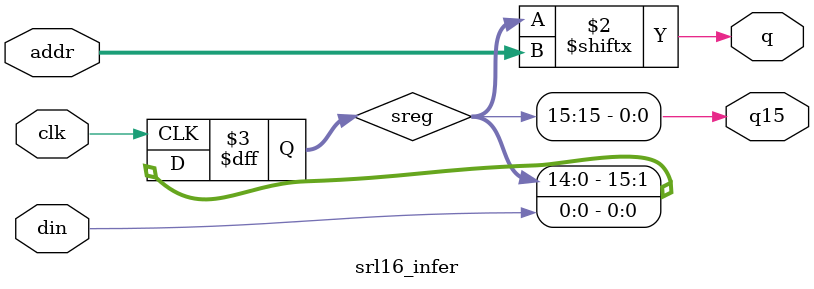
<source format=v>
module srl16_infer(/*AUTOARG*/
   // Outputs
   q15, q,
   // Inputs
   clk, din, addr
   );
   input clk;
   input din;
   input [3:0] addr;
   output      q15;
   output      q ;

   reg [15:0]  sreg ;
   
   always @(posedge clk )
     sreg <= { sreg[14:0], din};

   wire q15 = sreg[15];
   wire q  = sreg[addr];

endmodule // srl16

</source>
